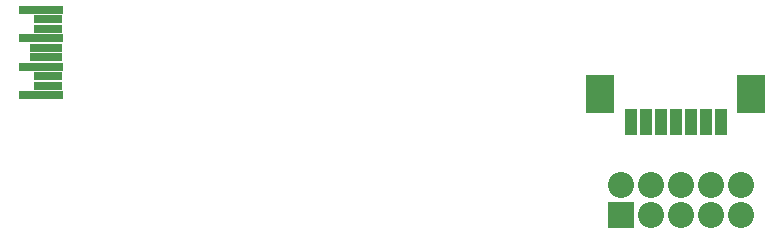
<source format=gts>
%FSAX25Y25*%
%MOIN*%
G70*
G01*
G75*
G04 Layer_Color=8388736*
%ADD10R,0.13780X0.02362*%
%ADD11R,0.10236X0.02362*%
%ADD12R,0.08661X0.02362*%
%ADD13R,0.03543X0.07874*%
%ADD14C,0.02000*%
%ADD15R,0.07874X0.07874*%
%ADD16C,0.07874*%
%ADD17R,0.08661X0.11811*%
%ADD18C,0.03000*%
%ADD19C,0.01000*%
%ADD20C,0.00787*%
%ADD21R,0.14579X0.03162*%
%ADD22R,0.11036X0.03162*%
%ADD23R,0.09461X0.03162*%
%ADD24R,0.04343X0.08674*%
%ADD25R,0.08674X0.08674*%
%ADD26C,0.08674*%
%ADD27R,0.09461X0.12611*%
D21*
X0074500Y0235539D02*
D03*
Y0244988D02*
D03*
Y0254437D02*
D03*
Y0263886D02*
D03*
D22*
X0076272Y0248138D02*
D03*
Y0251287D02*
D03*
D23*
X0077059Y0238689D02*
D03*
Y0241839D02*
D03*
Y0260736D02*
D03*
Y0257587D02*
D03*
D24*
X0276240Y0226661D02*
D03*
X0271240D02*
D03*
X0286240D02*
D03*
X0291240D02*
D03*
X0296240D02*
D03*
X0281240D02*
D03*
X0301240D02*
D03*
D25*
X0267839Y0195413D02*
D03*
D26*
X0277839D02*
D03*
X0267839Y0205413D02*
D03*
X0277839D02*
D03*
X0297839Y0195413D02*
D03*
X0287839D02*
D03*
X0307839D02*
D03*
X0297839Y0205413D02*
D03*
X0287839D02*
D03*
X0307839D02*
D03*
D27*
X0261142Y0235913D02*
D03*
X0311339D02*
D03*
M02*

</source>
